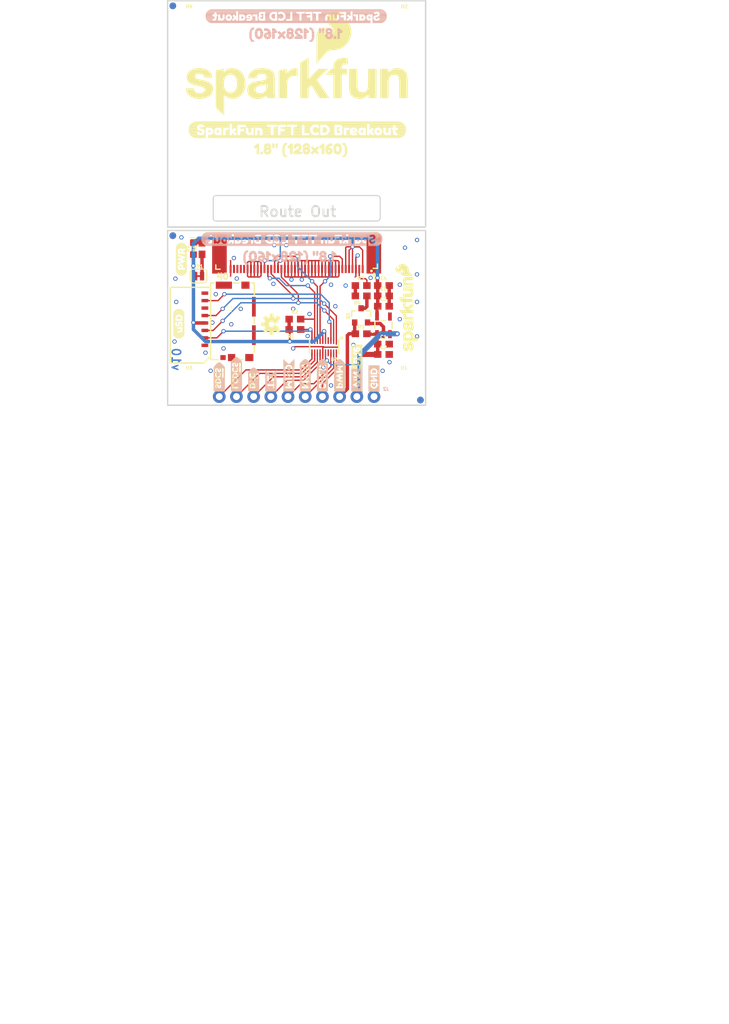
<source format=kicad_pcb>
(kicad_pcb (version 20211014) (generator pcbnew)
  (layers (0 "F.Cu" signal) (31 "B.Cu" signal) (34 "B.Paste" user) (35 "F.Paste" user) (36 "B.SilkS" user "B.Silkscreen") (37 "F.SilkS" user "F.Silkscreen") (38 "B.Mask" user) (39 "F.Mask" user) (44 "Edge.Cuts" user))
  (net 0 "")
  (net 1 "MOSI")
  (net 2 "~{CS}")
  (net 3 "GND")
  (net 4 "SCLK")
  (net 5 "D/~{C}")
  (net 6 "LED_PWM")
  (net 7 "3.3V")
  (net 8 "VIN")
  (net 9 "~{CS}_IN")
  (net 10 "SCLK_IN")
  (net 11 "MOSI_IN")
  (net 12 "D/~{C}_IN")
  (net 13 "LEDK")
  (net 14 "N$5")
  (net 15 "MISO")
  (net 16 "TE")
  (net 17 "MISO_IN")
  (net 18 "TE_IN")
  (net 19 "SD_~{CS}")
  (net 20 "SD_~{CS}_IN")
  (net 21 "N$1")
  (net 22 "N$2")
  (net 23 "N$3")
  (footprint "boardEagle:1#8#_#128X160#1" (layer "F.Cu") (at 140.8557 97.0026)
    (fp_text reference "U$20" hide)
    (fp_text value "" hide)
  )
  (footprint "boardEagle:SFE_LOGO_NAME_.1" (layer "F.Cu") (at 165.1381 121.3866 90)
    (fp_text reference "U$2" hide)
    (fp_text value "" hide)
  )
  (footprint "boardEagle:D##C7" (layer "F.Cu") (at 142.1511 133.4516 90)
    (fp_text reference "U$25" hide)
    (fp_text value "" hide)
  )
  (footprint "boardEagle:SOT23-3" (layer "F.Cu") (at 158.0261 121.6406)
    (fp_text reference "Q1")
    (fp_text value "220mA/50V/3.5Ω")
  )
  (footprint "boardEagle:STAND-OFF" (layer "F.Cu") (at 164.3761 131.6736)
    (fp_text reference "H1")
    (fp_text value "STAND-OFF")
  )
  (footprint "boardEagle:STAND-OFF" (layer "F.Cu") (at 132.6261 78.3336)
    (fp_text reference "H4")
    (fp_text value "STAND-OFF")
  )
  (footprint "boardEagle:STAND-OFF" (layer "F.Cu") (at 164.3761 78.3336)
    (fp_text reference "H2")
    (fp_text value "STAND-OFF")
  )
  (footprint "boardEagle:0603" (layer "F.Cu") (at 158.0261 118.7196 180)
    (fp_text reference "R4")
    (fp_text value "1")
  )
  (footprint "boardEagle:FIDUCIAL-1X2" (layer "F.Cu") (at 166.7891 134.0866)
    (fp_text reference "FD2" hide)
    (fp_text value "FIDUCIAL1X2" hide)
  )
  (footprint "boardEagle:SOT23-5" (layer "F.Cu") (at 161.3281 123.063)
    (fp_text reference "U3")
    (fp_text value "3.3V")
  )
  (footprint "boardEagle:MISO3" (layer "F.Cu") (at 147.3581 133.3246 90)
    (fp_text reference "U$26" hide)
    (fp_text value "" hide)
  )
  (footprint "boardEagle:USD2" (layer "F.Cu") (at 131.1021 125.0696 90)
    (fp_text reference "U$4" hide)
    (fp_text value "" hide)
  )
  (footprint "boardEagle:CREATIVE_COMMONS" (layer "F.Cu") (at 129.4511 157.9626)
    (fp_text reference "FRAME1" hide)
    (fp_text value "FRAME-LETTER" hide)
  )
  (footprint "boardEagle:MICROSD_TINY" (layer "F.Cu") (at 135.8011 116.8146 -90)
    (fp_text reference "J1")
    (fp_text value "MICRO-SD_CARD_SOCKETTINY")
  )
  (footprint "boardEagle:3V3#5V50" (layer "F.Cu") (at 157.3911 133.3246 90)
    (fp_text reference "U$1" hide)
    (fp_text value "" hide)
  )
  (footprint "boardEagle:0603" (layer "F.Cu") (at 161.3281 125.8316)
    (fp_text reference "C1")
    (fp_text value "1.0uF")
  )
  (footprint "boardEagle:SCLK4" (layer "F.Cu") (at 152.3111 133.3246 90)
    (fp_text reference "U$28" hide)
    (fp_text value "" hide)
  )
  (footprint "boardEagle:0603" (layer "F.Cu") (at 158.0261 117.1956)
    (fp_text reference "R3")
    (fp_text value "1")
  )
  (footprint "boardEagle:0603" (layer "F.Cu") (at 161.3281 117.1956)
    (fp_text reference "C4")
    (fp_text value "1.0uF")
  )
  (footprint "boardEagle:0603" (layer "F.Cu") (at 148.2471 123.6726 180)
    (fp_text reference "R1")
    (fp_text value "10k")
  )
  (footprint "boardEagle:LED-0603" (layer "F.Cu") (at 133.2611 111.7346 90)
    (fp_text reference "D1")
    (fp_text value "RED")
  )
  (footprint "boardEagle:PWM6" (layer "F.Cu") (at 154.8511 133.3246 90)
    (fp_text reference "U$30" hide)
    (fp_text value "" hide)
  )
  (footprint "boardEagle:0603" (layer "F.Cu") (at 161.3281 118.7196)
    (fp_text reference "C5")
    (fp_text value "0.1uF")
  )
  (footprint "boardEagle:0603" (layer "F.Cu") (at 148.2471 122.1486)
    (fp_text reference "R2")
    (fp_text value "10k")
  )
  (footprint "boardEagle:SFE_LOGO_NAME_FLAME_.3" (layer "F.Cu") (at 148.5011 87.8586)
    (fp_text reference "LOGO1" hide)
    (fp_text value "SFE_LOGO_NAME_FLAME.3_INCH" hide)
  )
  (footprint "boardEagle:OSHW-LOGO-S" (layer "F.Cu") (at 144.8181 122.9106 90)
    (fp_text reference "LOGO3" hide)
    (fp_text value "OSHW-LOGOS" hide)
  )
  (footprint "boardEagle:PRODUCTION_INSTRUCTIONS" (layer "F.Cu") (at 104.9401 175.2346)
    (fp_text reference "LOGO2" hide)
    (fp_text value "SPECIAL_INSTRUCTIONS-PRODUCTION" hide)
  )
  (footprint "boardEagle:401" (layer "F.Cu") (at 135.8011 115.7986)
    (fp_text reference "U$31" hide)
    (fp_text value "" hide)
  )
  (footprint "boardEagle:SD#CS0" (layer "F.Cu") (at 137.0711 133.4516 90)
    (fp_text reference "U$8" hide)
    (fp_text value "" hide)
  )
  (footprint "boardEagle:GND0" (layer "F.Cu") (at 159.9311 133.3246 90)
    (fp_text reference "U$32" hide)
    (fp_text value "" hide)
  )
  (footprint "boardEagle:FIDUCIAL-1X2" (layer "F.Cu") (at 130.2131 109.8296)
    (fp_text reference "FD5" hide)
    (fp_text value "FIDUCIAL1X2" hide)
  )
  (footprint "boardEagle:SFE_LOGO_FLAME_.1" (layer "F.Cu") (at 164.3761 114.9096 90)
    (fp_text reference "U$3" hide)
    (fp_text value "" hide)
  )
  (footprint "boardEagle:SMT-JUMPER_2_NC_TRACE_SILK" (layer "F.Cu") (at 134.0231 115.7986)
    (fp_text reference "JP1")
    (fp_text value "LED")
  )
  (footprint "boardEagle:MOSI2" (layer "F.Cu") (at 149.7711 133.3246 90)
    (fp_text reference "U$27" hide)
    (fp_text value "" hide)
  )
  (footprint "boardEagle:STAND-OFF" (layer "F.Cu") (at 132.6261 131.6736)
    (fp_text reference "H3")
    (fp_text value "STAND-OFF")
  )
  (footprint "boardEagle:FPC05040-17204" (layer "F.Cu") (at 148.5011 114.1476 180)
    (fp_text reference "U1" hide)
    (fp_text value "" hide)
  )
  (footprint "boardEagle:0603" (layer "F.Cu") (at 158.0261 124.3076)
    (fp_text reference "R5")
    (fp_text value "10k")
  )
  (footprint "boardEagle:FIDUCIAL-1X2" (layer "F.Cu") (at 130.2131 75.9206)
    (fp_text reference "FD1" hide)
    (fp_text value "FIDUCIAL1X2" hide)
  )
  (footprint "boardEagle:LCD#CS1" (layer "F.Cu") (at 139.6111 133.4516 90)
    (fp_text reference "U$5" hide)
    (fp_text value "" hide)
  )
  (footprint "boardEagle:10" (layer "F.Cu") (at 158.6611 115.7986)
    (fp_text reference "U$17" hide)
    (fp_text value "" hide)
  )
  (footprint "boardEagle:0603" (layer "F.Cu") (at 161.3281 120.2436)
    (fp_text reference "C3")
    (fp_text value "4.7uF")
  )
  (footprint "boardEagle:SPARKFUN_TFT_LCD_BREAKOUT1" (layer "F.Cu") (at 132.3721 94.2086)
    (fp_text reference "U$19" hide)
    (fp_text value "" hide)
  )
  (footprint "boardEagle:UFDFN-20" (layer "F.Cu") (at 152.5651 126.2126 180)
    (fp_text reference "U2")
    (fp_text value "TXB0108DQSR")
  )
  (footprint "boardEagle:TE5" (layer "F.Cu") (at 144.6911 133.3246 90)
    (fp_text reference "U$29" hide)
    (fp_text value "" hide)
  )
  (footprint "boardEagle:0603" (layer "F.Cu") (at 161.3281 127.3556)
    (fp_text reference "C2")
    (fp_text value "0.1uF")
  )
  (footprint "boardEagle:PWR4" (layer "F.Cu") (at 131.4831 115.7986 90)
    (fp_text reference "U$18" hide)
    (fp_text value "" hide)
  )
  (footprint "boardEagle:0603" (layer "F.Cu") (at 134.5311 111.7346 90)
    (fp_text reference "R6")
    (fp_text value "1k")
  )
  (footprint "boardEagle:SCLK4" (layer "B.Cu") (at 152.3111 133.3246 90)
    (fp_text reference "U$13" hide)
    (fp_text value "" hide)
  )
  (footprint "boardEagle:VIN1" (layer "B.Cu") (at 157.3911 133.3246 90)
    (fp_text reference "U$10" hide)
    (fp_text value "" hide)
  )
  (footprint "boardEagle:1X10_NO_SILK" (layer "B.Cu") (at 159.9311 133.5786 180)
    (fp_text reference "J2")
    (fp_text value "")
  )
  (footprint "boardEagle:MISO3" (layer "B.Cu") (at 147.3581 133.3246 90)
    (fp_text reference "U$11" hide)
    (fp_text value "" hide)
  )
  (footprint "boardEagle:D##C7" (layer "B.Cu") (at 142.1511 133.4516 90)
    (fp_text reference "U$7" hide)
    (fp_text value "" hide)
  )
  (footprint "boardEagle:FIDUCIAL-1X2" (layer "B.Cu") (at 130.2131 75.9206 180)
    (fp_text reference "FD3" hide)
    (fp_text value "FIDUCIAL1X2" hide)
  )
  (footprint "boardEagle:1#8#_#128X160#0" (layer "B.Cu") (at 156.6291 79.9846 180)
    (fp_text reference "U$22" hide)
    (fp_text value "" hide)
  )
  (footprint "boardEagle:FIDUCIAL-1X2" (layer "B.Cu") (at 166.7891 134.0866 180)
    (fp_text reference "FD4" hide)
    (fp_text value "FIDUCIAL1X2" hide)
  )
  (footprint "boardEagle:SD#CS0" (layer "B.Cu") (at 137.0711 133.4516 90)
    (fp_text reference "U$16" hide)
    (fp_text value "" hide)
  )
  (footprint "boardEagle:MOSI2" (layer "B.Cu") (at 149.7711 133.3246 90)
    (fp_text reference "U$12" hide)
    (fp_text value "" hide)
  )
  (footprint "boardEagle:SPARKFUN_TFT_LCD_BREAKOUT2" (layer "B.Cu") (at 161.3281 110.3376 180)
    (fp_text reference "U$23" hide)
    (fp_text value "" hide)
  )
  (footprint "boardEagle:GND0" (layer "B.Cu") (at 159.9311 133.3246 90)
    (fp_text reference "U$9" hide)
    (fp_text value "" hide)
  )
  (footprint "boardEagle:KWH018ST14-F01_HOLES" (layer "B.Cu") (at 131.3561 81.5086 180)
    (fp_text reference "U$33" hide)
    (fp_text value "EXTERNAL_DISP-KWH018ST14-F01" hide)
  )
  (footprint "boardEagle:PWM6" (layer "B.Cu") (at 154.8511 133.3246 90)
    (fp_text reference "U$15" hide)
    (fp_text value "" hide)
  )
  (footprint "boardEagle:FIDUCIAL-1X2" (layer "B.Cu") (at 130.2131 109.8296 180)
    (fp_text reference "FD6" hide)
    (fp_text value "FIDUCIAL1X2" hide)
  )
  (footprint "boardEagle:SPARKFUN_TFT_LCD_BREAKOUT2" (layer "B.Cu") (at 161.9631 77.4446 180)
    (fp_text reference "U$21" hide)
    (fp_text value "" hide)
  )
  (footprint "boardEagle:LCD#CS1" (layer "B.Cu") (at 139.6111 133.4516 90)
    (fp_text reference "U$6" hide)
    (fp_text value "" hide)
  )
  (footprint "boardEagle:TE5" (layer "B.Cu") (at 144.6911 133.3246 90)
    (fp_text reference "U$14" hide)
    (fp_text value "" hide)
  )
  (footprint "boardEagle:1#8#_#128X160#0" (layer "B.Cu") (at 155.7401 112.8776 180)
    (fp_text reference "U$24" hide)
    (fp_text value "" hide)
  )
  (gr_line (start 129.8321 128.6256) (end 134.7851 128.6256) (layer "F.SilkS") (width 0.2032))
  (gr_line (start 135.6741 117.4496) (end 129.8321 117.4496) (layer "F.SilkS") (width 0.2032))
  (gr_line (start 134.7851 128.6256) (end 135.8011 127.6096) (layer "F.SilkS") (width 0.2032))
  (gr_line (start 129.8321 117.4496) (end 129.8321 128.6256) (layer "F.SilkS") (width 0.2032))
  (gr_line (start 167.5511 108.5596) (end 167.5511 75.1586) (layer "Edge.Cuts") (width 0.2032))
  (gr_arc (start 136.6003 107.6706) (mid 136.303315 107.547585) (end 136.1803 107.2506) (layer "Edge.Cuts") (width 0.1524))
  (gr_line (start 129.4511 109.0676) (end 167.5511 109.0676) (layer "Edge.Cuts") (width 0.2032))
  (gr_line (start 160.8473 104.3686) (end 160.8473 107.2006) (layer "Edge.Cuts") (width 0.1524))
  (gr_line (start 129.4511 134.8486) (end 129.4511 109.0676) (layer "Edge.Cuts") (width 0.2032))
  (gr_line (start 129.4511 108.5596) (end 167.5511 108.5596) (layer "Edge.Cuts") (width 0.2032))
  (gr_line (start 136.1803 107.2506) (end 136.1803 104.3386) (layer "Edge.Cuts") (width 0.1524))
  (gr_arc (start 160.8473 107.2006) (mid 160.70964 107.53294) (end 160.3773 107.6706) (layer "Edge.Cuts") (width 0.1524))
  (gr_arc (start 160.3873 103.9086) (mid 160.712569 104.043331) (end 160.8473 104.3686) (layer "Edge.Cuts") (width 0.1524))
  (gr_line (start 129.4511 75.1586) (end 129.4511 108.5596) (layer "Edge.Cuts") (width 0.2032))
  (gr_arc (start 136.1803 104.3386) (mid 136.306244 104.034544) (end 136.6103 103.9086) (layer "Edge.Cuts") (width 0.1524))
  (gr_line (start 129.4511 75.1586) (end 167.5511 75.1586) (layer "Edge.Cuts") (width 0.2032))
  (gr_line (start 160.3773 107.6706) (end 136.6003 107.6706) (layer "Edge.Cuts") (width 0.1524))
  (gr_line (start 136.6103 103.9086) (end 160.3873 103.9086) (layer "Edge.Cuts") (width 0.1524))
  (gr_line (start 167.5511 134.8486) (end 129.4511 134.8486) (layer "Edge.Cuts") (width 0.2032))
  (gr_line (start 167.5511 109.0676) (end 167.5511 134.8486) (layer "Edge.Cuts") (width 0.2032))
  (gr_text "v10" (at 129.9591 129.8956 -90) (layer "B.Cu") (effects (font (size 1.25222 1.25222) (thickness 0.22098)) (justify left bottom mirror)))
  (gr_text "Route Out" (at 142.7861 107.1626) (layer "Edge.Cuts") (effects (font (size 1.5113 1.5113) (thickness 0.2667)) (justify left bottom)))
  (segment (start 148.7551 118.4656) (end 148.7551 119.7356) (width 0.2032) (layer "F.Cu") (net 1))
  (segment (start 146.2511 115.9616) (end 148.7551 118.4656) (width 0.2032) (layer "F.Cu") (net 1))
  (segment (start 153.9651 122.2436) (end 152.6001 120.8786) (width 0.2032) (layer "F.Cu") (net 1))
  (segment (start 134.9511 123.8146) (end 136.1671 123.8146) (width 0.2032) (layer "F.Cu") (net 1))
  (segment (start 153.9651 125.3126) (end 153.9651 122.2436) (width 0.2032) (layer "F.Cu") (net 1))
  (segment (start 146.2511 114.7476) (end 146.2511 115.9616) (width 0.2032) (layer "F.Cu") (net 1))
  (segment (start 136.1671 123.8146) (end 137.5791 122.4026) (width 0.2032) (layer "F.Cu") (net 1))
  (via (at 137.5791 122.4026) (size 0.635) (drill 0.381) (layers "F.Cu" "B.Cu") (net 1))
  (via (at 152.6001 120.8786) (size 0.635) (drill 0.381) (layers "F.Cu" "B.Cu") (net 1))
  (via (at 148.7551 119.7356) (size 0.635) (drill 0.381) (layers "F.Cu" "B.Cu") (net 1))
  (segment (start 152.6001 120.8786) (end 151.4571 119.7356) (width 0.2032) (layer "B.Cu") (net 1))
  (segment (start 137.5791 122.4026) (end 140.2461 119.7356) (width 0.2032) (layer "B.Cu") (net 1))
  (segment (start 151.4571 119.7356) (end 148.7551 119.7356) (width 0.2032) (layer "B.Cu") (net 1))
  (segment (start 140.2461 119.7356) (end 148.7551 119.7356) (width 0.2032) (layer "B.Cu") (net 1))
  (segment (start 144.5128 116.1193) (end 144.54865 116.1193) (width 0.2032) (layer "F.Cu") (net 2))
  (segment (start 149.0971 122.1486) (end 151.1651 122.1486) (width 0.2032) (layer "F.Cu") (net 2))
  (segment (start 151.1651 125.3126) (end 151.1651 122.1486) (width 0.2032) (layer "F.Cu") (net 2))
  (segment (start 144.2511 115.8576) (end 144.5128 116.1193) (width 0.2032) (layer "F.Cu") (net 2))
  (segment (start 144.2511 114.7476) (end 144.2511 115.8576) (width 0.2032) (layer "F.Cu") (net 2))
  (segment (start 151.1651 122.1486) (end 151.1651 118.2086) (width 0.2032) (layer "F.Cu") (net 2))
  (segment (start 151.1651 118.2086) (end 150.1521 117.1956) (width 0.2032) (layer "F.Cu") (net 2))
  (via (at 144.54865 116.1193) (size 0.635) (drill 0.381) (layers "F.Cu" "B.Cu") (net 2))
  (via (at 150.1521 117.1956) (size 0.635) (drill 0.381) (layers "F.Cu" "B.Cu") (net 2))
  (segment (start 145.9008 116.1193) (end 144.54865 116.1193) (width 0.2032) (layer "B.Cu") (net 2))
  (segment (start 150.1521 117.1956) (end 146.9771 117.1956) (width 0.2032) (layer "B.Cu") (net 2))
  (segment (start 146.9771 117.1956) (end 145.9008 116.1193) (width 0.2032) (layer "B.Cu") (net 2))
  (segment (start 138.7511 115.7696) (end 138.7221 115.7986) (width 0.2032) (layer "F.Cu") (net 3))
  (segment (start 152.2511 114.7476) (end 152.2511 113.5796) (width 0.2032) (layer "F.Cu") (net 3))
  (segment (start 151.7511 115.8736) (end 151.8031 115.9256) (width 0.2032) (layer "F.Cu") (net 3))
  (segment (start 153.3271 115.9256) (end 153.7081 115.9256) (width 0.2032) (layer "F.Cu") (net 3))
  (segment (start 152.3111 115.9256) (end 152.8191 115.9256) (width 0.2032) (layer "F.Cu") (net 3))
  (segment (start 154.7511 113.6666) (end 154.7511 114.7476) (width 0.2032) (layer "F.Cu") (net 3))
  (segment (start 141.2511 115.7876) (end 141.3891 115.9256) (width 0.2032) (layer "F.Cu") (net 3))
  (segment (start 141.3891 113.6396) (end 141.7701 113.6396) (width 0.2032) (layer "F.Cu") (net 3))
  (segment (start 152.7511 114.7476) (end 152.7511 113.5716) (width 0.2032) (layer "F.Cu") (net 3))
  (segment (start 149.7511 114.7476) (end 149.7511 115.9056) (width 0.2032) (layer "F.Cu") (net 3))
  (segment (start 154.2511 113.5476) (end 154.2161 113.5126) (width 0.2032) (layer "F.Cu") (net 3))
  (segment (start 149.7511 114.7476) (end 149.7511 113.5326) (width 0.2032) (layer "F.Cu") (net 3))
  (segment (start 147.9931 126.4666) (end 148.2471 126.2126) (width 0.2032) (layer "F.Cu") (net 3))
  (segment (start 141.2511 114.7476) (end 141.2511 115.7876) (width 0.2032) (layer "F.Cu") (net 3))
  (segment (start 154.5971 115.9256) (end 154.2161 115.9256) (width 0.2032) (layer "F.Cu") (net 3))
  (segment (start 146.8501 115.9256) (end 147.2311 115.9256) (width 0.2032) (layer "F.Cu") (net 3))
  (segment (start 153.7511 113.5556) (end 153.7081 113.5126) (width 0.2032) (layer "F.Cu") (net 3))
  (segment (start 153.7081 115.9256) (end 154.2161 115.9256) (width 0.2032) (layer "F.Cu") (net 3))
  (segment (start 152.1841 113.5126) (end 152.6921 113.5126) (width 0.2032) (layer "F.Cu") (net 3))
  (segment (start 157.2511 114.7476) (end 157.2511 113.0176) (width 0.2032) (layer "F.Cu") (net 3))
  (segment (start 161.3281 123.2916) (end 160.8201 122.7836) (width 0.508) (layer "F.Cu") (net 3))
  (segment (start 149.2511 114.7476) (end 149.2511 115.9136) (width 0.2032) (layer "F.Cu") (net 3))
  (segment (start 147.2311 115.9256) (end 147.7391 115.9256) (width 0.2032) (layer "F.Cu") (net 3))
  (segment (start 153.2511 113.5636) (end 153.2001 113.5126) (width 0.2032) (layer "F.Cu") (net 3))
  (segment (start 147.7391 113.5126) (end 148.2471 113.5126) (width 0.2032) (layer "F.Cu") (net 3))
  (segment (start 154.2511 114.7476) (end 154.2511 115.8906) (width 0.2032) (layer "F.Cu") (net 3))
  (segment (start 147.7511 114.7476) (end 147.7511 113.5246) (width 0.2032) (layer "F.Cu") (net 3))
  (segment (start 147.2511 113.5326) (end 147.2311 113.5126) (width 0.2032) (layer "F.Cu") (net 3))
  (segment (start 142.2511 113.6666) (end 142.2781 113.6396) (width 0.2032) (layer "F.Cu") (net 3))
  (segment (start 150.2511 113.5406) (end 150.2791 113.5126) (width 0.2032) (layer "F.Cu") (net 3))
  (segment (start 154.2511 115.8906) (end 154.2161 115.9256) (width 0.2032) (layer "F.Cu") (net 3))
  (segment (start 151.7511 114.7476) (end 151.7511 115.8736) (width 0.2032) (layer "F.Cu") (net 3))
  (segment (start 150.7511 114.7476) (end 150.7511 113.6036) (width 0.2032) (layer "F.Cu") (net 3))
  (segment (start 162.1781 120.2436) (end 162.1781 118.7196) (width 0.508) (layer "F.Cu") (net 3))
  (segment (start 141.7511 115.9066) (end 141.7701 115.9256) (width 0.2032) (layer "F.Cu") (net 3))
  (segment (start 148.2511 114.7476) (end 148.2511 115.9216) (width 0.2032) (layer "F.Cu") (net 3))
  (segment (start 154.7511 114.7476) (end 154.7511 115.7716) (width 0.2032) (layer "F.Cu") (net 3))
  (segment (start 151.7511 114.7476) (end 151.7511 113.5876) (width 0.2032) (layer "F.Cu") (net 3))
  (segment (start 152.3651 129.1876) (end 152.4381 129.2606) (width 0.2032) (layer "F.Cu") (net 3))
  (segment (start 154.2511 114.7476) (end 154.2511 113.5476) (width 0.2032) (layer "F.Cu") (net 3))
  (segment (start 149.7711 115.9256) (end 150.2791 115.9256) (width 0.2032) (layer "F.Cu") (net 3))
  (segment (start 150.2511 114.7476) (end 150.2511 115.8976) (width 0.2032) (layer "F.Cu") (net 3))
  (segment (start 148.7511 114.7476) (end 148.7511 115.9216) (width 0.2032) (layer "F.Cu") (net 3))
  (segment (start 141.7511 113.6586) (end 141.7701 113.6396) (width 0.2032) (layer "F.Cu") (net 3))
  (segment (start 152.3651 127.1126) (end 152.3651 126.2856) (width 0.2032) (layer "F.Cu") (net 3))
  (segment (start 142.2781 115.9256) (end 142.7861 115.9256) (width 0.2032) (layer "F.Cu") (net 3))
  (segment (start 149.2511 114.7476) (end 149.2511 113.5246) (width 0.2032) (layer "F.Cu") (net 3))
  (segment (start 157.2511 115.8116) (end 157.1371 115.9256) (width 0.2032) (layer "F.Cu") (net 3))
  (segment (start 142.2511 114.7476) (end 142.2511 113.6666) (width 0.2032) (layer "F.Cu") (net 3))
  (segment (start 151.2511 113.5566) (end 151.2951 113.5126) (width 0.2032) (layer "F.Cu") (net 3))
  (segment (start 147.2511 114.7476) (end 147.2511 115.9056) (width 0.2032) (layer "F.Cu") (net 3))
  (segment (start 152.7511 115.8576) (end 152.8191 115.9256) (width 0.2032) (layer "F.Cu") (net 3))
  (segment (start 152.2511 113.5796) (end 152.1841 113.5126) (width 0.2032) (layer "F.Cu") (net 3))
  (segment (start 146.7511 114.7476) (end 146.7511 113.6116) (width 0.2032) (layer "F.Cu") (net 3))
  (segment (start 142.7861 115.9256) (end 143.0401 115.9256) (width 0.2032) (layer "F.Cu") (net 3))
  (segment (start 152.3651 127.1126) (end 152.3651 129.1876) (width 0.2032) (layer "F.Cu") (net 3))
  (segment (start 148.2511 114.7476) (end 148.2511 113.5166) (width 0.2032) (layer "F.Cu") (net 3))
  (segment (start 152.8191 115.9256) (end 153.3271 115.9256) (width 0.2032) (layer "F.Cu") (net 3))
  (segment (start 150.2511 115.8976) (end 150.2791 115.9256) (width 0.2032) (layer "F.Cu") (net 3))
  (segment (start 150.7511 114.7476) (end 150.7511 115.8896) (width 0.2032) (layer "F.Cu") (net 3))
  (segment (start 142.7511 114.7476) (end 142.7511 113.7316) (width 0.2032) (layer "F.Cu") (net 3))
  (segment (start 157.2511 113.0176) (end 157.5181 112.7506) (width 0.2032) (layer "F.Cu") (net 3))
  (segment (start 148.2471 126.2126) (end 152.4381 126.2126) (width 0.2032) (layer "F.Cu") (net 3))
  (segment (start 151.2951 115.9256) (end 151.8031 115.9256) (width 0.2032) (layer "F.Cu") (net 3))
  (segment (start 157.2511 114.7476) (end 157.2511 115.8116) (width 0.2032) (layer "F.Cu") (net 3))
  (segment (start 141.3891 115.9256) (end 141.7701 115.9256) (width 0.2032) (layer "F.Cu") (net 3))
  (segment (start 147.7391 115.9256) (end 148.2471 115.9256) (width 0.2032) (layer "F.Cu") (net 3))
  (segment (start 147.2511 114.7476) (end 147.2511 113.5326) (width 0.2032) (layer "F.Cu") (net 3))
  (segment (start 153.7081 113.5126) (end 154.2161 113.5126) (width 0.2032) (layer "F.Cu") (net 3))
  (segment (start 152.6921 113.5126) (end 153.2001 113.5126) (width 0.2032) (layer "F.Cu") (net 3))
  (segment (start 147.2311 113.5126) (end 147.7391 113.5126) (width 0.2032) (layer "F.Cu") (net 3))
  (segment (start 161.3281 124.3631) (end 161.3281 123.2916) (width 0.508) (layer "F.Cu") (net 3))
  (segment (start 148.7511 115.9216) (end 148.7551 115.9256) (width 0.2032) (layer "F.Cu") (net 3))
  (segment (start 138.7511 114.7476) (end 138.7511 115.7696) (width 0.2032) (layer "F.Cu") (net 3))
  (segment (start 149.7711 113.5126) (end 150.2791 113.5126) (width 0.2032) (layer "F.Cu") (net 3))
  (segment (start 153.2001 113.5126) (end 153.7081 113.5126) (width 0.2032) (layer "F.Cu") (net 3))
  (segment (start 152.2511 114.7476) (end 152.2511 115.8656) (width 0.2032) (layer "F.Cu") (net 3))
  (segment (start 154.2161 113.5126) (end 154.5971 113.5126) (width 0.2032) (layer "F.Cu") (net 3))
  (segment (start 149.7511 113.5326) (end 149.7711 113.5126) (width 0.2032) (layer "F.Cu") (net 3))
  (segment (start 151.2511 115.8816) (end 151.2951 115.9256) (width 0.2032) (layer "F.Cu") (net 3))
  (segment (start 146.7511 114.7476) (end 146.7511 115.8266) (width 0.2032) (layer "F.Cu") (net 3))
  (segment (start 153.7511 115.8826) (end 153.7081 115.9256) (width 0.2032) (layer "F.Cu") (net 3))
  (segment (start 143.2511 115.7146) (end 143.0401 115.9256) (width 0.2032) (layer "F.Cu") (net 3))
  (segment (start 149.7511 115.9056) (end 149.7711 115.9256) (width 0.2032) (layer "F.Cu") (net 3))
  (segment (start 151.2951 113.5126) (end 151.6761 113.5126) (width 0.2032) (layer "F.Cu") (net 3))
  (segment (start 138.7511 113.5416) (end 138.7221 113.5126) (width 0.2032) (layer "F.Cu") (net 3))
  (segment (start 149.2511 115.9136) (end 149.2631 115.9256) (width 0.2032) (layer "F.Cu") (net 3))
  (segment (start 148.7511 114.7476) (end 148.7551 114.7436) (width 0.2032) (layer "F.Cu") (net 3))
  (segment (start 148.2511 115.9216) (end 148.2471 115.9256) (width 0.2032) (layer "F.Cu") (net 3))
  (segment (start 150.7511 115.8896) (end 150.7871 115.9256) (width 0.2032) (layer "F.Cu") (net 3))
  (segment (start 141.7701 113.6396) (end 142.2781 113.6396) (width 0.2032) (layer "F.Cu") (net 3))
  (segment (start 142.7511 115.8906) (end 142.7861 115.9256) (width 0.2032) (layer "F.Cu") (net 3))
  (segment (start 148.7551 114.7436) (end 148.7551 113.5126) (width 0.2032) (layer "F.Cu") (net 3))
  (segment (start 149.2511 113.5246) (end 149.2631 113.5126) (width 0.2032) (layer "F.Cu") (net 3))
  (segment (start 154.6511 126.2856) (end 154.7241 126.2126) (width 0.2032) (layer "F.Cu") (net 3))
  (segment (start 150.2791 113.5126) (end 150.6601 113.5126) (width 0.2032) (layer "F.Cu") (net 3))
  (segment (start 142.7511 113.7316) (end 142.6591 113.6396) (width 0.2032) (layer "F.Cu") (net 3))
  (segment (start 142.7511 114.7476) (end 142.7511 115.8906) (width 0.2032) (layer "F.Cu") (net 3))
  (segment (start 148.2511 113.5166) (end 148.2471 113.5126) (width 0.2032) (layer "F.Cu") (net 3))
  (segment (start 152.7511 113.5716) (end 152.6921 113.5126) (width 0.2032) (layer "F.Cu") (net 3))
  (segment (start 149.2631 113.5126) (end 149.7711 113.5126) (width 0.2032) (layer "F.Cu") (net 3))
  (segment (start 154.7511 115.7716) (end 154.5971 115.9256) (width 0.2032) (layer "F.Cu") (net 3))
  (segment (start 152.7511 114.7476) (end 152.7511 115.8576) (width 0.2032) (layer "F.Cu") (net 3))
  (segment (start 147.7511 113.5246) (end 147.7391 113.5126) (width 0.2032) (layer "F.Cu") (net 3))
  (segment (start 146.7511 113.6116) (end 146.8501 113.5126) (width 0.2032) (layer "F.Cu") (net 3))
  (segment (start 153.2511 114.7476) (end 153.2511 113.5636) (width 0.2032) (layer "F.Cu") (net 3))
  (segment (start 162.1781 117.1956) (end 162.1781 118.7196) (width 0.508) (layer "F.Cu") (net 3))
  (segment (start 153.7511 114.7476) (end 153.7511 113.5556) (width 0.2032) (layer "F.Cu") (net 3))
  (segment (start 151.7511 113.5876) (end 151.6761 113.5126) (width 0.2032) (layer "F.Cu") (net 3))
  (segment (start 154.5971 113.5126) (end 154.7511 113.6666) (width 0.2032) (layer "F.Cu") (net 3))
  (segment (start 146.8501 113.5126) (end 147.2311 113.5126) (width 0.2032) (layer "F.Cu") (net 3))
  (segment (start 143.2511 114.7476) (end 143.2511 113.8506) (width 0.2032) (layer "F.Cu") (net 3))
  (segment (start 160.8201 122.7836) (end 159.1191 122.7836) (width 0.508) (layer "F.Cu") (net 3))
  (segment (start 148.7551 115.9256) (end 149.2631 115.9256) (width 0.2032) (layer "F.Cu") (net 3))
  (segment (start 141.7701 115.9256) (end 142.2781 115.9256) (width 0.2032) (layer "F.Cu") (net 3))
  (segment (start 151.2511 114.7476) (end 151.2511 113.5566) (width 0.2032) (layer "F.Cu") (net 3))
  (segment (start 147.7511 114.7476) (end 147.7511 115.9136) (width 0.2032) (layer "F.Cu") (net 3))
  (segment (start 153.2511 114.7476) (end 153.2511 115.8496) (width 0.2032) (layer "F.Cu") (net 3))
  (segment (start 147.7511 115.9136) (end 147.7391 115.9256) (width 0.2032) (layer "F.Cu") (net 3))
  (segment (start 143.2511 113.8506) (end 143.0401 113.6396) (width 0.2032) (layer "F.Cu") (net 3))
  (segment (start 142.2511 114.7476) (end 142.2511 115.8986) (width 0.2032) (layer "F.Cu") (net 3))
  (segment (start 153.2511 115.8496) (end 153.3271 115.9256) (width 0.2032) (layer "F.Cu") (net 3))
  (segment (start 153.7511 114.7476) (end 153.7511 115.8826) (width 0.2032) (layer "F.Cu") (net 3))
  (segment (start 138.7511 114.7476) (end 138.7511 113.5416) (width 0.2032) (layer "F.Cu") (net 3))
  (segment (start 148.7551 113.5126) (end 149.2631 113.5126) (width 0.2032) (layer "F.Cu") (net 3))
  (segment (start 148.2471 113.5126) (end 148.7551 113.5126) (width 0.2032) (layer "F.Cu") (net 3))
  (segment (start 152.3651 126.2856) (end 154.6511 126.2856) (width 0.2032) (layer "F.Cu") (net 3))
  (segment (start 141.2511 113.7776) (end 141.3891 113.6396) (width 0.2032) (layer "F.Cu") (net 3))
  (segment (start 148.2471 115.9256) (end 148.7551 115.9256) (width 0.2032) (layer "F.Cu") (net 3))
  (segment (start 159.1191 122.7836) (end 158.9761 122.6406) (width 0.508) (layer "F.Cu") (net 3))
  (segment (start 150.7511 113.6036) (end 150.6601 113.5126) (width 0.2032) (layer "F.Cu") (net 3))
  (segment (start 150.2511 114.7476) (end 150.2511 113.5406) (width 0.2032) (layer "F.Cu") (net 3))
  (segment (start 152.4381 126.2126) (end 152.3651 126.2856) (width 0.2032) (layer "F.Cu") (net 3))
  (segment (start 141.7511 114.7476) (end 141.7511 113.6586) (width 0.2032) (layer "F.Cu") (net 3))
  (segment (start 151.2511 114.7476) (end 151.2511 115.8816) (width 0.2032) (layer "F.Cu") (net 3))
  (segment (start 151.6761 113.5126) (end 152.1841 113.5126) (width 0.2032) (layer "F.Cu") (net 3))
  (segment (start 149.2631 115.9256) (end 149.7711 115.9256) (width 0.2032) (layer "F.Cu") (net 3))
  (segment (start 141.2511 114.7476) (end 141.2511 113.7776) (width 0.2032) (layer "F.Cu") (net 3))
  (segment (start 150.2791 115.9256) (end 150.7871 115.9256) (width 0.2032) (layer "F.Cu") (net 3))
  (segment (start 150.7871 115.9256) (end 151.2951 115.9256) (width 0.2032) (layer "F.Cu") (net 3))
  (segment (start 152.2511 115.8656) (end 152.3111 115.9256) (width 0.2032) (layer "F.Cu") (net 3))
  (segment (start 142.2781 113.6396) (end 142.6591 113.6396) (width 0.2032) (layer "F.Cu") (net 3))
  (segment (start 147.2511 115.9056) (end 147.2311 115.9256) (width 0.2032) (layer "F.Cu") (net 3))
  (segment (start 143.2511 114.7476) (end 143.2511 115.7146) (width 0.2032) (layer "F.Cu") (net 3))
  (segment (start 150.6601 113.5126) (end 151.2951 113.5126) (width 0.2032) (layer "F.Cu") (net 3))
  (segment (start 142.6591 113.6396) (end 143.0401 113.6396) (width 0.2032) (layer "F.Cu") (net 3))
  (segment (start 146.7511 115.8266) (end 146.8501 115.9256) (width 0.2032) (layer "F.Cu") (net 3))
  (segment (start 142.2511 115.8986) (end 142.2781 115.9256) (width 0.2032) (layer "F.Cu") (net 3))
  (segment (start 151.8031 115.9256) (end 152.3111 115.9256) (width 0.2032) (layer "F.Cu") (net 3))
  (segment (start 141.7511 114.7476) (end 141.7511 115.9066) (width 0.2032) (layer "F.Cu") (net 3))
  (via (at 162.2171 128.4986) (size 0.635) (drill 0.381) (layers "F.Cu" "B.Cu") (net 3))
  (via (at 135.0391 127.1016) (size 0.635) (drill 0.381) (layers "F.Cu" "B.Cu") (net 3))
  (via (at 166.2811 115.5446) (size 0.635) (drill 0.381) (layers "F.Cu" "B.Cu") (net 3))
  (via (at 130.7211 119.6086) (size 0.635) (drill 0.381) (layers "F.Cu" "B.Cu") (net 3))
  (via (at 139.2301 113.1316) (size 0.635) (drill 0.381) (layers "F.Cu" "B.Cu") (net 3))
  (via (at 163.7411 122.1486) (size 0.635) (drill 0.381) (layers "F.Cu" "B.Cu") (net 3))
  (via (at 131.4831 110.0836) (size 0.635) (drill 0.381) (layers "F.Cu" "B.Cu") (net 3))
  (via (at 136.5631 118.4656) (size 0.635) (drill 0.381) (layers "F.Cu" "B.Cu") (net 3))
  (via (at 138.8491 122.9106) (size 0.635) (drill 0.381) (layers "F.Cu" "B.Cu") (net 3))
  (via (at 166.2811 119.6086) (size 0.635) (drill 0.381) (layers "F.Cu" "B.Cu") (net 3))
  (via (at 145.0721 116.9416) (size 0.635) (drill 0.381) (layers "F.Cu" "B.Cu") (net 3))
  (via (at 139.6619 116.1542) (size 0.635) (drill 0.381) (layers "F.Cu" "B.Cu") (net 3))
  (via (at 153.5811 117.0686) (size 0.635) (drill 0.381) (layers "F.Cu" "B.Cu") (net 3))
  (via (at 149.2631 116.3066) (size 0.635) (drill 0.381) (layers "F.Cu" "B.Cu") (net 3))
  (via (at 147.7391 116.3066) (size 0.635) (drill 0.381) (layers "F.Cu" "B.Cu") (net 3))
  (via (at 159.4231 116.0526) (size 0.635) (drill 0.381) (layers "F.Cu" "B.Cu") (net 3))
  (via (at 140.2461 120.6246) (size 0.635) (drill 0.381) (layers "F.Cu" "B.Cu") (net 3))
  (via (at 152.4381 129.2606) (size 0.635) (drill 0.381) (layers "F.Cu" "B.Cu") (net 3))
  (via (at 136.0551 122.6566) (size 0.635) (drill 0.381) (layers "F.Cu" "B.Cu") (net 3))
  (via (at 166.2811 110.4646) (size 0.635) (drill 0.381) (layers "F.Cu" "B.Cu") (net 3))
  (via (at 130.4671 125.4506) (size 0.635) (drill 0.381) (layers "F.Cu" "B.Cu") (net 3))
  (via (at 166.2811 124.6886) (size 0.635) (drill 0.381) (layers "F.Cu" "B.Cu") (net 3))
  (via (at 154.2161 120.2436) (size 0.635) (drill 0.381) (layers "F.Cu" "B.Cu") (net 3))
  (via (at 147.9931 120.6246) (size 0.635) (drill 0.381) (layers "F.Cu" "B.Cu") (net 3))
  (via (at 150.1267 124.6378) (size 0.635) (drill 0.381) (layers "F.Cu" "B.Cu") (net 3))
  (via (at 146.9771 111.2266) (size 0.635) (drill 0.381) (layers "F.Cu" "B.Cu") (net 3))
  (via (at 135.8011 129.7686) (size 0.635) (drill 0.381) (layers "F.Cu" "B.Cu") (net 3))
  (via (at 163.7411 117.0686) (size 0.635) (drill 0.381) (layers "F.Cu" "B.Cu") (net 3))
  (via (at 130.5941 116.1796) (size 0.635) (drill 0.381) (layers "F.Cu" "B.Cu") (net 3))
  (via (at 164.5031 111.6076) (size 0.635) (drill 0.381) (layers "F.Cu" "B.Cu") (net 3))
  (via (at 145.1991 111.2266) (size 0.635) (drill 0.381) (layers "F.Cu" "B.Cu") (net 3))
  (via (at 156.8831 125.9586) (size 0.635) (drill 0.381) (layers "F.Cu" "B.Cu") (net 3))
  (via (at 150.4061 121.3866) (size 0.635) (drill 0.381) (layers "F.Cu" "B.Cu") (net 3))
  (via (at 155.7401 117.1956) (size 0.635) (drill 0.381) (layers "F.Cu" "B.Cu") (net 3))
  (via (at 137.7061 126.4666) (size 0.635) (drill 0.381) (layers "F.Cu" "B.Cu") (net 3))
  (via (at 153.5811 131.9276) (size 0.635) (drill 0.381) (layers "F.Cu" "B.Cu") (net 3))
  (via (at 157.5181 112.7506) (size 0.635) (drill 0.381) (layers "F.Cu" "B.Cu") (net 3))
  (via (at 161.2011 129.7686) (size 0.635) (drill 0.381) (layers "F.Cu" "B.Cu") (net 3))
  (via (at 147.9931 126.4666) (size 0.635) (drill 0.381) (layers "F.Cu" "B.Cu") (net 3))
  (segment (start 144.7511 114.7476) (end 144.7511 115.4776) (width 0.2032) (layer "F.Cu") (net 4))
  (segment (start 147.9931 118.7196) (end 147.9931 119.1006) (width 0.2032) (layer "F.Cu") (net 4))
  (segment (start 134.9511 121.6146) (end 136.5891 121.6146) (width 0.2032) (layer "F.Cu") (net 4))
  (segment (start 154.3651 121.6657) (end 152.562 119.8626) (width 0.2032) (layer "F.Cu") (net 4))
  (segment (start 144.7511 115.4776) (end 147.9931 118.7196) (width 0.2032) (layer "F.Cu") (net 4))
  (segment (start 154.3651 125.3626) (end 154.3651 121.6657) (width 0.2032) (layer "F.Cu") (net 4))
  (segment (start 136.5891 121.6146) (end 137.5791 120.6246) (width 0.2032) (layer "F.Cu") (net 4))
  (via (at 152.562 119.8626) (size 0.635) (drill 0.381) (layers "F.Cu" "B.Cu") (net 4))
  (via (at 137.5791 120.6246) (size 0.635) (drill 0.381) (layers "F.Cu" "B.Cu") (net 4))
  (via (at 147.9931 119.1006) (size 0.635) (drill 0.381) (layers "F.Cu" "B.Cu") (net 4))
  (segment (start 139.1031 119.1006) (end 137.5791 120.6246) (width 0.2032) (layer "B.Cu") (net 4))
  (segment (start 151.8 119.1006) (end 147.9931 119.1006) (width 0.2032) (layer "B.Cu") (net 4))
  (segment (start 152.562 119.8626) (end 151.8 119.1006) (width 0.2032) (layer "B.Cu") (net 4))
  (segment (start 147.9931 119.1006) (end 139.1031 119.1006) (width 0.2032) (layer "B.Cu") (net 4))
  (segment (start 145.4531 112.8776) (end 145.2511 113.0796) (width 0.2032) (layer "F.Cu") (net 5))
  (segment (start 148.6281 112.8776) (end 145.4531 112.8776) (width 0.2032) (layer "F.Cu") (net 5))
  (segment (start 151.5651 117.3386) (end 150.7871 116.5606) (width 0.2032) (layer "F.Cu") (net 5))
  (segment (start 151.5651 125.3126) (end 151.5651 117.3386) (width 0.2032) (layer "F.Cu") (net 5))
  (segment (start 145.2511 113.0796) (end 145.2511 114.7476) (width 0.2032) (layer "F.Cu") (net 5))
  (via (at 150.7871 116.5606) (size 0.635) (drill 0.381) (layers "F.Cu" "B.Cu") (net 5))
  (via (at 148.6281 112.8776) (size 0.635) (drill 0.381) (layers "F.Cu" "B.Cu") (net 5))
  (segment (start 150.7871 116.5606) (end 148.6281 114.4016) (width 0.2032) (layer "B.Cu") (net 5))
  (segment (start 148.6281 114.4016) (end 148.6281 112.8776) (width 0.2032) (layer "B.Cu") (net 5))
  (segment (start 155.9941 132.4356) (end 154.8511 133.5786) (width 0.508) (layer "F.Cu") (net 6))
  (segment (start 157.0761 122.6406) (end 157.0761 124.2076) (width 0.508) (layer "F.Cu") (net 6))
  (segment (start 157.1761 124.3076) (end 156.2481 124.3076) (width 0.508) (layer "F.Cu") (net 6))
  (segment (start 156.2481 124.3076) (end 155.9941 124.5616) (width 0.508) (layer "F.Cu") (net 6))
  (segment (start 157.0761 124.2076) (end 157.1761 124.3076) (width 0.508) (layer "F.Cu") (net 6))
  (segment (start 155.9941 124.5616) (end 155.9941 132.4356) (width 0.508) (layer "F.Cu") (net 6))
  (segment (start 133.3191 122.7146) (end 133.2611 122.6566) (width 0.508) (layer "F.Cu") (net 7))
  (segment (start 147.3971 122.1486) (end 147.3971 123.6726) (width 0.508) (layer "F.Cu") (net 7))
  (segment (start 147.4851 125.4506) (end 147.4851 123.7606) (width 0.3048) (layer "F.Cu") (net 7))
  (segment (start 160.3781 120.3436) (end 160.4781 120.2436) (width 0.508) (layer "F.Cu") (net 7))
  (segment (start 160.4781 118.7196) (end 160.4781 120.2436) (width 0.508) (layer "F.Cu") (net 7))
  (segment (start 156.2511 114.7476) (end 156.2511 111.9856) (width 0.2032) (layer "F.Cu") (net 7))
  (segment (start 158.2511 114.7476) (end 158.2511 111.9596) (width 0.2032) (layer "F.Cu") (net 7))
  (segment (start 158.2511 111.9596) (end 157.7771 111.4856) (width 0.2032) (layer "F.Cu") (net 7))
  (segment (start 156.2511 111.9856) (end 156.7511 111.4856) (width 0.2032) (layer "F.Cu") (net 7))
  (segment (start 160.4391 116.0526) (end 160.4391 117.1566) (width 0.508) (layer "F.Cu") (net 7))
  (segment (start 155.7511 114.7476) (end 155.7511 111.5966) (width 0.2032) (layer "F.Cu") (net 7))
  (segment (start 156.7511 114.7476) (end 156.7511 111.4856) (width 0.2032) (layer "F.Cu") (net 7))
  (segment (start 145.7511 113.8496) (end 146.0881 113.5126) (width 0.2032) (layer "F.Cu") (net 7))
  (segment (start 145.7511 114.7476) (end 145.7511 113.8496) (width 0.2032) (layer "F.Cu") (net 7))
  (segment (start 155.7511 111.5966) (end 155.8671 111.4806) (width 0.2032) (layer "F.Cu") (net 7))
  (segment (start 156.7511 111.4856) (end 156.7561 111.4806) (width 0.2032) (layer "F.Cu") (net 7))
  (segment (start 152.7651 125.3126) (end 152.7651 124.1266) (width 0.2032) (layer "F.Cu") (net 7))
  (segment (start 157.7771 111.4856) (end 156.7511 111.4856) (width 0.2032) (layer "F.Cu") (net 7))
  (segment (start 160.4391 117.1566) (end 160.4781 117.1956) (width 0.508) (layer "F.Cu") (net 7))
  (segment (start 160.3781 121.7629) (end 160.3781 120.3436) (width 0.508) (layer "F.Cu") (net 7))
  (segment (start 147.4851 123.7606) (end 147.3971 123.6726) (width 0.3048) (layer "F.Cu") (net 7))
  (segment (start 133.2611 112.6116) (end 133.2611 114.2746) (width 0.508) (layer "F.Cu") (net 7))
  (segment (start 134.9511 122.7146) (end 133.3191 122.7146) (width 0.508) (layer "F.Cu") (net 7))
  (segment (start 143.7511 113.5636) (end 143.8021 113.5126) (width 0.2032) (layer "F.Cu") (net 7))
  (segment (start 152.7651 124.1266) (end 152.5651 123.9266) (width 0.2032) (layer "F.Cu") (net 7))
  (segment (start 160.4781 117.1956) (end 160.4781 118.7196) (width 0.508) (layer "F.Cu") (net 7))
  (segment (start 156.7461 111.4806) (end 156.7511 111.4856) (width 0.2032) (layer "F.Cu") (net 7))
  (segment (start 152.3651 125.3126) (end 152.3651 124.1266) (width 0.2032) (layer "F.Cu") (net 7))
  (segment (start 143.7511 114.7476) (end 143.7511 113.5636) (width 0.2032) (layer "F.Cu") (net 7))
  (segment (start 155.8671 111.4806) (end 156.7461 111.4806) (width 0.2032) (layer "F.Cu") (net 7))
  (segment (start 152.3651 124.1266) (end 152.5651 123.9266) (width 0.2032) (layer "F.Cu") (net 7))
  (via (at 146.0881 113.5126) (size 0.635) (drill 0.381) (layers "F.Cu" "B.Cu") (net 7))
  (via (at 143.8021 113.5126) (size 0.635) (drill 0.381) (layers "F.Cu" "B.Cu") (net 7))
  (via (at 152.5651 123.9266) (size 0.635) (drill 0.381) (layers "F.Cu" "B.Cu") (net 7))
  (via (at 133.2611 114.2746) (size 0.635) (drill 0.381) (layers "F.Cu" "B.Cu") (net 7))
  (via (at 147.4851 125.4506) (size 0.635) (drill 0.381) (layers "F.Cu" "B.Cu") (net 7))
  (via (at 133.2611 122.6566) (size 0.635) (drill 0.381) (layers "F.Cu" "B.Cu") (net 7))
  (via (at 156.7561 111.4806) (size 0.635) (drill 0.381) (layers "F.Cu" "B.Cu") (net 7))
  (via (at 160.4391 116.0526) (size 0.635) (drill 0.381) (layers "F.Cu" "B.Cu") (net 7))
  (segment (start 135.0391 125.4506) (end 133.2611 123.6726) (width 0.508) (layer "B.Cu") (net 7))
  (segment (start 156.7561 110.2106) (end 159.4231 110.2106) (width 0.508) (layer "B.Cu") (net 7))
  (segment (start 146.0881 110.2106) (end 156.7561 110.2106) (width 0.508) (layer "B.Cu") (net 7))
  (segment (start 133.2611 110.9726) (end 133.2611 114.2746) (width 0.508) (layer "B.Cu") (net 7))
  (segment (start 160.4391 111.2266) (end 160.4391 116.0526) (width 0.508) (layer "B.Cu") (net 7))
  (segment (start 134.0231 110.2106) (end 133.2611 110.9726) (width 0.508) (layer "B.Cu") (net 7))
  (segment (start 152.5651 123.9266) (end 151.0411 125.4506) (width 0.508) (layer "B.Cu") (net 7))
  (segment (start 133.2611 122.6566) (end 133.2611 114.2746) (width 0.508) (layer "B.Cu") (net 7))
  (segment (start 147.4851 125.4506) (end 135.0391 125.4506) (width 0.508) (layer "B.Cu") (net 7))
  (segment (start 151.0411 125.4506) (end 147.4851 125.4506) (width 0.508) (layer "B.Cu") (net 7))
  (segment (start 146.0881 113.5126) (end 146.0881 110.2106) (width 0.2032) (layer "B.Cu") (net 7))
  (segment (start 159.4231 110.2106) (end 160.4391 111.2266) (width 0.508) (layer "B.Cu") (net 7))
  (segment (start 133.2611 123.6726) (end 133.2611 122.6566) (width 0.508) (layer "B.Cu") (net 7))
  (segment (start 156.7561 111.4806) (end 156.7561 110.2106) (width 0.508) (layer "B.Cu") (net 7))
  (segment (start 146.0881 110.2106) (end 134.0231 110.2106) (width 0.508) (layer "B.Cu") (net 7))
  (segment (start 143.8021 113.5126) (end 146.0881 113.5126) (width 0.2032) (layer "B.Cu") (net 7))
  (segment (start 152.7651 128.0415) (end 152.9682 128.2446) (width 0.2032) (layer "F.Cu") (net 8))
  (segment (start 152.7651 127.1126) (end 152.7651 128.0415) (width 0.2032) (layer "F.Cu") (net 8))
  (segment (start 158.9316 124.3631) (end 158.8761 124.3076) (width 0.508) (layer "F.Cu") (net 8))
  (segment (start 160.3781 125.7316) (end 160.4781 125.8316) (width 0.508) (layer "F.Cu") (net 8))
  (segment (start 157.8991 127.3556) (end 157.8356 127.4191) (width 0.762) (layer "F.Cu") (net 8))
  (segment (start 160.3781 124.3631) (end 160.3781 125.7316) (width 0.508) (layer "F.Cu") (net 8))
  (segment (start 160.3781 124.3631) (end 158.9316 124.3631) (width 0.508) (layer "F.Cu") (net 8))
  (segment (start 160.4781 127.3556) (end 160.4781 125.8316) (width 0.508) (layer "F.Cu") (net 8))
  (segment (start 162.2781 124.3631) (end 163.3046 124.3631) (width 0.508) (layer "F.Cu") (net 8))
  (segment (start 163.3046 124.3631) (end 163.3601 124.3076) (width 0.508) (layer "F.Cu") (net 8))
  (segment (start 160.4781 127.3556) (end 157.8991 127.3556) (width 0.762) (layer "F.Cu") (net 8))
  (via (at 152.9682 128.2446) (size 0.635) (drill 0.381) (layers "F.Cu" "B.Cu") (net 8))
  (via (at 163.3601 124.3076) (size 0.635) (drill 0.381) (layers "F.Cu" "B.Cu") (net 8))
  (via (at 157.8356 127.4191) (size 0.635) (drill 0.381) (layers "F.Cu" "B.Cu") (net 8))
  (segment (start 160.9471 124.3076) (end 163.3601 124.3076) (width 0.762) (layer "B.Cu") (net 8))
  (segment (start 157.3911 133.5786) (end 157.8356 133.1341) (width 0.762) (layer "B.Cu") (net 8))
  (segment (start 157.8356 128.86855) (end 157.8356 127.4191) (width 0.762) (layer "B.Cu") (net 8))
  (segment (start 153.59215 128.86855) (end 157.8356 128.86855) (width 0.2032) (layer "B.Cu") (net 8))
  (segment (start 157.8356 133.1341) (end 157.8356 128.86855) (width 0.762) (layer "B.Cu") (net 8))
  (segment (start 157.8356 127.4191) (end 160.9471 124.3076) (width 0.762) (layer "B.Cu") (net 8))
  (segment (start 152.9682 128.2446) (end 153.59215 128.86855) (width 0.2032) (layer "B.Cu") (net 8))
  (segment (start 151.1651 128.2476) (end 151.1651 127.1126) (width 0.2032) (layer "F.Cu") (net 9))
  (segment (start 139.6111 133.5786) (end 143.0401 130.1496) (width 0.2032) (layer "F.Cu") (net 9))
  (segment (start 149.2631 130.1496) (end 151.1651 128.2476) (width 0.2032) (layer "F.Cu") (net 9))
  (segment (start 143.0401 130.1496) (end 149.2631 130.1496) (width 0.2032) (layer "F.Cu") (net 9))
  (segment (start 152.3111 133.5786) (end 152.3111 131.6736) (width 0.2032) (layer "F.Cu") (net 10))
  (segment (start 152.3111 131.6736) (end 154.3651 129.6196) (width 0.2032) (layer "F.Cu") (net 10))
  (segment (start 154.3651 129.6196) (end 154.3651 127.1126) (width 0.2032) (layer "F.Cu") (net 10))
  (segment (start 153.9651 129.3846) (end 153.9651 127.1126) (width 0.2032) (layer "F.Cu") (net 11))
  (segment (start 149.7711 133.5786) (end 153.9651 129.3846) (width 0.2032) (layer "F.Cu") (net 11))
  (segment (start 142.1511 133.5786) (end 145.0721 130.6576) (width 0.2032) (layer "F.Cu") (net 12))
  (segment (start 149.3901 130.6576) (end 151.5651 128.4826) (width 0.2032) (layer "F.Cu") (net 12))
  (segment (start 151.5651 128.4826) (end 151.5651 127.1126) (width 0.2032) (layer "F.Cu") (net 12))
  (segment (start 145.0721 130.6576) (end 149.3901 130.6576) (width 0.2032) (layer "F.Cu") (net 12))
  (segment (start 158.6611 116.1796) (end 158.0051 116.1796) (width 0.2032) (layer "F.Cu") (net 13))
  (segment (start 158.0051 116.1796) (end 157.7511 115.9256) (width 0.2032) (layer "F.Cu") (net 13))
  (segment (start 158.8761 116.3946) (end 158.6611 116.1796) (width 0.2032) (layer "F.Cu") (net 13))
  (segment (start 158.8761 117.1956) (end 158.8761 116.3946) (width 0.2032) (layer "F.Cu") (net 13))
  (segment (start 157.7511 115.9256) (end 157.7511 114.7476) (width 0.2032) (layer "F.Cu") (net 13))
  (segment (start 158.6181 120.5406) (end 158.8761 120.2826) (width 0.508) (layer "F.Cu") (net 14))
  (segment (start 158.0261 120.5406) (end 158.6181 120.5406) (width 0.508) (layer "F.Cu") (net 14))
  (segment (start 158.8761 120.2826) (end 158.8761 118.7196) (width 0.508) (layer "F.Cu") (net 14))
  (segment (start 136.8841 119.4146) (end 134.9511 119.4146) (width 0.2032) (layer "F.Cu") (net 15))
  (segment (start 153.5651 122.7707) (end 153.324 122.5296) (width 0.2032) (layer "F.Cu") (net 15))
  (segment (start 153.5651 125.3126) (end 153.5651 122.7707) (width 0.2032) (layer "F.Cu") (net 15))
  (segment (start 137.8331 118.4656) (end 136.8841 119.4146) (width 0.2032) (layer "F.Cu") (net 15))
  (via (at 137.8331 118.4656) (size 0.635) (drill 0.381) (layers "F.Cu" "B.Cu") (net 15))
  (via (at 153.324 122.5296) (size 0.635) (drill 0.381) (layers "F.Cu" "B.Cu") (net 15))
  (segment (start 153.324 119.7356) (end 152.054 118.4656) (width 0.2032) (layer "B.Cu") (net 15))
  (segment (start 152.054 118.4656) (end 137.8331 118.4656) (width 0.2032) (layer "B.Cu") (net 15))
  (segment (start 153.324 122.5296) (end 153.324 119.7356) (width 0.2032) (layer "B.Cu") (net 15))
  (segment (start 154.8511 112.8776) (end 155.2511 113.2776) (width 0.2032) (layer "F.Cu") (net 16))
  (segment (start 152.6921 116.5606) (end 151.9651 117.2876) (width 0.2032) (layer "F.Cu") (net 16))
  (segment (start 155.2511 113.2776) (end 155.2511 114.7476) (width 0.2032) (layer "F.Cu") (net 16))
  (segment (start 151.9651 125.3126) (end 151.9651 117.2876) (width 0.2032) (layer "F.Cu") (net 16))
  (segment (start 153.4541 112.8776) (end 154.8511 112.8776) (width 0.2032) (layer "F.Cu") (net 16))
  (via (at 152.6921 116.5606) (size 0.635) (drill 0.381) (layers "F.Cu" "B.Cu") (net 16))
  (via (at 153.4541 112.8776) (size 0.635) (drill 0.381) (layers "F.Cu" "B.Cu") (net 16))
  (segment (start 153.4541 115.7986) (end 153.4541 112.8776) (width 0.2032) (layer "B.Cu") (net 16))
  (segment (start 152.6921 116.5606) (end 153.4541 115.7986) (width 0.2032) (layer "B.Cu") (net 16))
  (segment (start 153.5651 129.1496) (end 153.5651 127.1126) (width 0.2032) (layer "F.Cu") (net 17))
  (segment (start 151.0411 131.6736) (end 153.5651 129.1496) (width 0.2032) (layer "F.Cu") (net 17))
  (segment (start 147.2311 133.5786) (end 149.1361 131.6736) (width 0.2032) (layer "F.Cu") (net 17))
  (segment (start 149.1361 131.6736) (end 151.0411 131.6736) (width 0.2032) (layer "F.Cu") (net 17))
  (segment (start 147.1041 131.1656) (end 149.5171 131.1656) (width 0.2032) (layer "F.Cu") (net 18))
  (segment (start 149.5171 131.1656) (end 151.9651 128.7176) (width 0.2032) (layer "F.Cu") (net 18))
  (segment (start 151.9651 128.7176) (end 151.9651 127.1126) (width 0.2032) (layer "F.Cu") (net 18))
  (segment (start 144.6911 133.5786) (end 147.1041 131.1656) (width 0.2032) (layer "F.Cu") (net 18))
  (segment (start 150.7651 125.3126) (end 150.7651 123.9046) (width 0.2032) (layer "F.Cu") (net 19))
  (segment (start 150.7651 123.9046) (end 150.5331 123.6726) (width 0.2032) (layer "F.Cu") (net 19))
  (segment (start 136.7181 124.9146) (end 137.7061 123.9266) (width 0.2032) (layer "F.Cu") (net 19))
  (segment (start 149.0971 123.6726) (end 150.5331 123.6726) (width 0.2032) (layer "F.Cu") (net 19))
  (segment (start 134.9511 124.9146) (end 136.7181 124.9146) (width 0.2032) (layer "F.Cu") (net 19))
  (via (at 150.5331 123.6726) (size 0.635) (drill 0.381) (layers "F.Cu" "B.Cu") (net 19))
  (via (at 137.7061 123.9266) (size 0.635) (drill 0.381) (layers "F.Cu" "B.Cu") (net 19))
  (segment (start 150.2791 123.9266) (end 150.5331 123.6726) (width 0.2032) (layer "B.Cu") (net 19))
  (segment (start 137.7061 123.9266) (end 150.2791 123.9266) (width 0.2032) (layer "B.Cu") (net 19))
  (segment (start 149.1361 129.6416) (end 150.7651 128.0126) (width 0.2032) (layer "F.Cu") (net 20))
  (segment (start 141.0081 129.6416) (end 149.1361 129.6416) (width 0.2032) (layer "F.Cu") (net 20))
  (segment (start 150.7651 128.0126) (end 150.7651 127.1126) (width 0.2032) (layer "F.Cu") (net 20))
  (segment (start 137.0711 133.5786) (end 141.0081 129.6416) (width 0.2032) (layer "F.Cu") (net 20))
  (segment (start 133.2611 110.8576) (end 134.5041 110.8576) (width 0.508) (layer "F.Cu") (net 21))
  (segment (start 134.5041 110.8576) (end 134.5311 110.8846) (width 0.508) (layer "F.Cu") (net 21))
  (segment (start 134.5311 115.7986) (end 134.5311 112.5846) (width 0.508) (layer "F.Cu") (net 22))
  (segment (start 157.1761 118.7196) (end 157.1761 117.1956) (width 0.508) (layer "F.Cu") (net 23))
)
</source>
